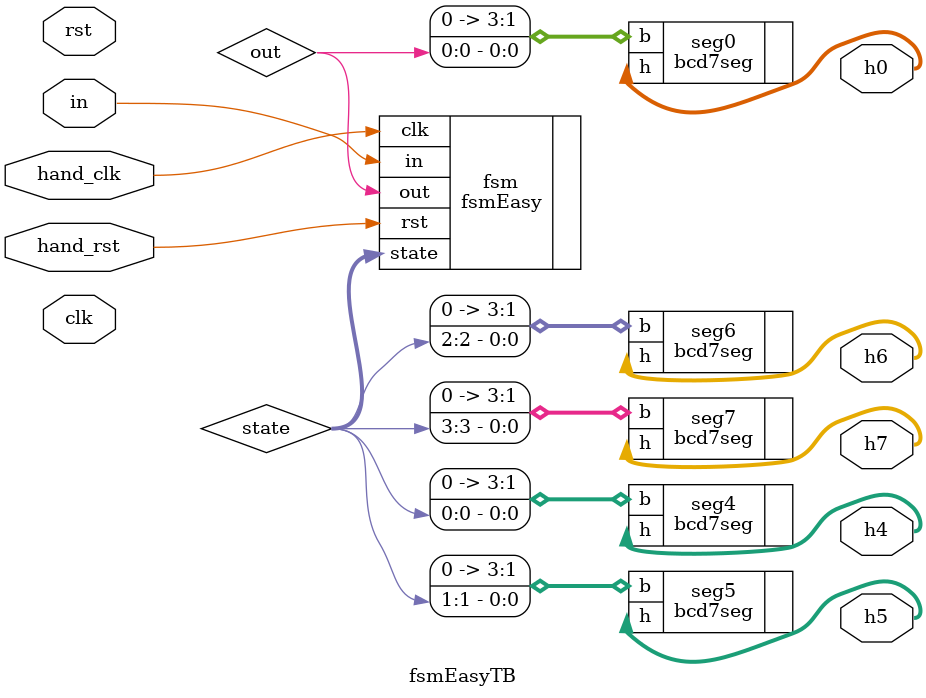
<source format=v>
module fsmEasyTB(
    input                       clk,
    input                       rst,
    
    input                       hand_clk,
    input                       hand_rst,
    input                       in,

    output reg      [6: 0]      h0,
    output reg      [6: 0]      h4,
    output reg      [6: 0]      h5,
    output reg      [6: 0]      h6,
    output reg      [6: 0]      h7
);

    wire            [3: 0]      state;
    wire                        out;

    fsmEasy fsm (
        .clk(hand_clk),
        .rst(hand_rst),
        .in(in),
        .state(state),
        .out(out)
    );

    bcd7seg seg0(
        .b({3'b000, out}),
        .h(          h0 )
    );
    bcd7seg seg4(
        .b({3'b000, state[0]}),
        .h(          h4 )
    );
    bcd7seg seg5(
        .b({3'b000, state[1]}),
        .h(          h5 )
    );
    bcd7seg seg6(
        .b({3'b000, state[2]}),
        .h(          h6 )
    );
    bcd7seg seg7(
        .b({3'b000, state[3]}),
        .h(          h7 )
    );

endmodule

</source>
